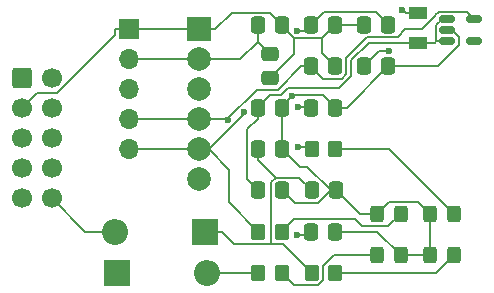
<source format=gbr>
%TF.GenerationSoftware,KiCad,Pcbnew,8.0.4*%
%TF.CreationDate,2024-08-17T15:47:15+02:00*%
%TF.ProjectId,breakout_pwr,62726561-6b6f-4757-945f-7077722e6b69,rev?*%
%TF.SameCoordinates,Original*%
%TF.FileFunction,Copper,L1,Top*%
%TF.FilePolarity,Positive*%
%FSLAX46Y46*%
G04 Gerber Fmt 4.6, Leading zero omitted, Abs format (unit mm)*
G04 Created by KiCad (PCBNEW 8.0.4) date 2024-08-17 15:47:15*
%MOMM*%
%LPD*%
G01*
G04 APERTURE LIST*
G04 Aperture macros list*
%AMRoundRect*
0 Rectangle with rounded corners*
0 $1 Rounding radius*
0 $2 $3 $4 $5 $6 $7 $8 $9 X,Y pos of 4 corners*
0 Add a 4 corners polygon primitive as box body*
4,1,4,$2,$3,$4,$5,$6,$7,$8,$9,$2,$3,0*
0 Add four circle primitives for the rounded corners*
1,1,$1+$1,$2,$3*
1,1,$1+$1,$4,$5*
1,1,$1+$1,$6,$7*
1,1,$1+$1,$8,$9*
0 Add four rect primitives between the rounded corners*
20,1,$1+$1,$2,$3,$4,$5,0*
20,1,$1+$1,$4,$5,$6,$7,0*
20,1,$1+$1,$6,$7,$8,$9,0*
20,1,$1+$1,$8,$9,$2,$3,0*%
G04 Aperture macros list end*
%TA.AperFunction,SMDPad,CuDef*%
%ADD10RoundRect,0.250000X-0.337500X-0.475000X0.337500X-0.475000X0.337500X0.475000X-0.337500X0.475000X0*%
%TD*%
%TA.AperFunction,SMDPad,CuDef*%
%ADD11RoundRect,0.250000X-0.325000X-0.450000X0.325000X-0.450000X0.325000X0.450000X-0.325000X0.450000X0*%
%TD*%
%TA.AperFunction,SMDPad,CuDef*%
%ADD12RoundRect,0.250000X-0.475000X0.337500X-0.475000X-0.337500X0.475000X-0.337500X0.475000X0.337500X0*%
%TD*%
%TA.AperFunction,ComponentPad*%
%ADD13R,1.700000X1.700000*%
%TD*%
%TA.AperFunction,ComponentPad*%
%ADD14O,1.700000X1.700000*%
%TD*%
%TA.AperFunction,ComponentPad*%
%ADD15RoundRect,0.250000X-0.600000X-0.600000X0.600000X-0.600000X0.600000X0.600000X-0.600000X0.600000X0*%
%TD*%
%TA.AperFunction,ComponentPad*%
%ADD16C,1.700000*%
%TD*%
%TA.AperFunction,ComponentPad*%
%ADD17R,2.200000X2.200000*%
%TD*%
%TA.AperFunction,ComponentPad*%
%ADD18O,2.200000X2.200000*%
%TD*%
%TA.AperFunction,SMDPad,CuDef*%
%ADD19RoundRect,0.250000X-0.350000X-0.450000X0.350000X-0.450000X0.350000X0.450000X-0.350000X0.450000X0*%
%TD*%
%TA.AperFunction,SMDPad,CuDef*%
%ADD20RoundRect,0.150000X-0.512500X-0.150000X0.512500X-0.150000X0.512500X0.150000X-0.512500X0.150000X0*%
%TD*%
%TA.AperFunction,SMDPad,CuDef*%
%ADD21R,1.500000X1.000000*%
%TD*%
%TA.AperFunction,ComponentPad*%
%ADD22R,2.000000X2.000000*%
%TD*%
%TA.AperFunction,ComponentPad*%
%ADD23C,2.000000*%
%TD*%
%TA.AperFunction,ViaPad*%
%ADD24C,0.600000*%
%TD*%
%TA.AperFunction,Conductor*%
%ADD25C,0.200000*%
%TD*%
G04 APERTURE END LIST*
D10*
%TO.P,C1,1*%
%TO.N,/+12V_PWR*%
X160425000Y-43000000D03*
%TO.P,C1,2*%
%TO.N,GND*%
X162500000Y-43000000D03*
%TD*%
D11*
%TO.P,D4,1,K*%
%TO.N,GND*%
X170500000Y-59000000D03*
%TO.P,D4,2,A*%
%TO.N,Net-(D4-A)*%
X172550000Y-59000000D03*
%TD*%
D10*
%TO.P,C8,1*%
%TO.N,/+12V_PWR*%
X160500000Y-57000000D03*
%TO.P,C8,2*%
%TO.N,GND*%
X162575000Y-57000000D03*
%TD*%
D11*
%TO.P,D3,1,K*%
%TO.N,GND*%
X166000000Y-59000000D03*
%TO.P,D3,2,A*%
%TO.N,Net-(D3-A)*%
X168050000Y-59000000D03*
%TD*%
D12*
%TO.P,C11,1*%
%TO.N,/-12V_PWR*%
X156962500Y-45462500D03*
%TO.P,C11,2*%
%TO.N,GND*%
X156962500Y-47537500D03*
%TD*%
D13*
%TO.P,J1,1,Pin_1*%
%TO.N,GND*%
X145000000Y-43340000D03*
D14*
%TO.P,J1,2,Pin_2*%
%TO.N,/-12V_PWR*%
X145000000Y-45880000D03*
%TO.P,J1,3,Pin_3*%
%TO.N,/+12V_PWR*%
X145000000Y-48420000D03*
%TO.P,J1,4,Pin_4*%
%TO.N,/+3V3_PWR*%
X145000000Y-50960000D03*
%TO.P,J1,5,Pin_5*%
%TO.N,/+5V_PWR*%
X145000000Y-53500000D03*
%TD*%
D10*
%TO.P,C10,1*%
%TO.N,/+3V3_PWR*%
X160425000Y-46500000D03*
%TO.P,C10,2*%
%TO.N,GND*%
X162500000Y-46500000D03*
%TD*%
D11*
%TO.P,D5,1,K*%
%TO.N,Net-(D5-K)*%
X166000000Y-62500000D03*
%TO.P,D5,2,A*%
%TO.N,GND*%
X168050000Y-62500000D03*
%TD*%
D10*
%TO.P,C9,1*%
%TO.N,/-12V_PWR*%
X155925000Y-43000000D03*
%TO.P,C9,2*%
%TO.N,GND*%
X158000000Y-43000000D03*
%TD*%
D15*
%TO.P,J2,1,Pin_1*%
%TO.N,unconnected-(J2-Pin_1-Pad1)*%
X135960000Y-47500000D03*
D16*
%TO.P,J2,2,Pin_2*%
%TO.N,Net-(D2-K)*%
X138500000Y-47500000D03*
%TO.P,J2,3,Pin_3*%
%TO.N,GND*%
X135960000Y-50040000D03*
%TO.P,J2,4,Pin_4*%
%TO.N,unconnected-(J2-Pin_4-Pad4)*%
X138500000Y-50040000D03*
%TO.P,J2,5,Pin_5*%
%TO.N,GND*%
X135960000Y-52580000D03*
%TO.P,J2,6,Pin_6*%
%TO.N,unconnected-(J2-Pin_6-Pad6)*%
X138500000Y-52580000D03*
%TO.P,J2,7,Pin_7*%
%TO.N,GND*%
X135960000Y-55120000D03*
%TO.P,J2,8,Pin_8*%
%TO.N,unconnected-(J2-Pin_8-Pad8)*%
X138500000Y-55120000D03*
%TO.P,J2,9,Pin_9*%
%TO.N,unconnected-(J2-Pin_9-Pad9)*%
X135960000Y-57660000D03*
%TO.P,J2,10,Pin_10*%
%TO.N,Net-(D1-A)*%
X138500000Y-57660000D03*
%TD*%
D10*
%TO.P,C2,1*%
%TO.N,/+5V_PWR*%
X160425000Y-50000000D03*
%TO.P,C2,2*%
%TO.N,GND*%
X162500000Y-50000000D03*
%TD*%
D17*
%TO.P,D1,1,K*%
%TO.N,/+12V_PWR*%
X151500000Y-60500000D03*
D18*
%TO.P,D1,2,A*%
%TO.N,Net-(D1-A)*%
X143880000Y-60500000D03*
%TD*%
D11*
%TO.P,D6,1,K*%
%TO.N,GND*%
X170500000Y-62500000D03*
%TO.P,D6,2,A*%
%TO.N,Net-(D6-A)*%
X172550000Y-62500000D03*
%TD*%
D10*
%TO.P,C6,1*%
%TO.N,/+12V_PWR*%
X155925000Y-53500000D03*
%TO.P,C6,2*%
%TO.N,GND*%
X158000000Y-53500000D03*
%TD*%
%TO.P,C4,1*%
%TO.N,/-12V_PWR*%
X164925000Y-46500000D03*
%TO.P,C4,2*%
%TO.N,GND*%
X167000000Y-46500000D03*
%TD*%
D19*
%TO.P,R3,1*%
%TO.N,/-12V_PWR*%
X156000000Y-64000000D03*
%TO.P,R3,2*%
%TO.N,Net-(D5-K)*%
X158000000Y-64000000D03*
%TD*%
D20*
%TO.P,U2,1,VIN*%
%TO.N,Net-(U2-EN)*%
X172000000Y-42500000D03*
%TO.P,U2,2,GND*%
%TO.N,GND*%
X172000000Y-43450000D03*
%TO.P,U2,3,EN*%
%TO.N,Net-(U2-EN)*%
X172000000Y-44400000D03*
%TO.P,U2,4*%
%TO.N,N/C*%
X174275000Y-44400000D03*
%TO.P,U2,5,VOUT*%
%TO.N,/+3V3_PWR*%
X174275000Y-42500000D03*
%TD*%
D21*
%TO.P,L1,1,1*%
%TO.N,Net-(U2-EN)*%
X169500000Y-44500000D03*
%TO.P,L1,2,2*%
%TO.N,/+5V_PWR*%
X169500000Y-42000000D03*
%TD*%
D10*
%TO.P,C7,1*%
%TO.N,Net-(U2-EN)*%
X155925000Y-56990000D03*
%TO.P,C7,2*%
%TO.N,GND*%
X158000000Y-56990000D03*
%TD*%
%TO.P,C3,1*%
%TO.N,GND*%
X164925000Y-43000000D03*
%TO.P,C3,2*%
%TO.N,/+12V_PWR*%
X167000000Y-43000000D03*
%TD*%
D19*
%TO.P,R4,1*%
%TO.N,/+12V_PWR*%
X160500000Y-64000000D03*
%TO.P,R4,2*%
%TO.N,Net-(D6-A)*%
X162500000Y-64000000D03*
%TD*%
%TO.P,R2,1*%
%TO.N,/+3V3_PWR*%
X160500000Y-53500000D03*
%TO.P,R2,2*%
%TO.N,Net-(D4-A)*%
X162500000Y-53500000D03*
%TD*%
D10*
%TO.P,C12,1*%
%TO.N,/+3V3_PWR*%
X160425000Y-60500000D03*
%TO.P,C12,2*%
%TO.N,GND*%
X162500000Y-60500000D03*
%TD*%
D19*
%TO.P,R1,1*%
%TO.N,/+5V_PWR*%
X156000000Y-60500000D03*
%TO.P,R1,2*%
%TO.N,Net-(D3-A)*%
X158000000Y-60500000D03*
%TD*%
D22*
%TO.P,J3,1,Pin_1*%
%TO.N,GND*%
X151000000Y-43380000D03*
D23*
%TO.P,J3,2,Pin_2*%
%TO.N,/-12V_PWR*%
X151000000Y-45920000D03*
%TO.P,J3,3,Pin_3*%
%TO.N,/+12V_PWR*%
X151000000Y-48460000D03*
%TO.P,J3,4,Pin_4*%
%TO.N,/+3V3_PWR*%
X151000000Y-51000000D03*
%TO.P,J3,5,Pin_5*%
%TO.N,/+5V_PWR*%
X151000000Y-53540000D03*
%TO.P,J3,6*%
%TO.N,N/C*%
X151000000Y-56080000D03*
%TD*%
D10*
%TO.P,C5,1*%
%TO.N,Net-(U2-EN)*%
X155925000Y-50000000D03*
%TO.P,C5,2*%
%TO.N,GND*%
X158000000Y-50000000D03*
%TD*%
D17*
%TO.P,D2,1,K*%
%TO.N,Net-(D2-K)*%
X144000000Y-64000000D03*
D18*
%TO.P,D2,2,A*%
%TO.N,/-12V_PWR*%
X151620000Y-64000000D03*
%TD*%
D24*
%TO.N,GND*%
X158863000Y-48985400D03*
%TO.N,/+12V_PWR*%
X159233400Y-43500400D03*
%TO.N,/+5V_PWR*%
X168114100Y-41764700D03*
X159333300Y-49995000D03*
X154811500Y-50391400D03*
%TO.N,/-12V_PWR*%
X167036700Y-45187000D03*
%TO.N,/+3V3_PWR*%
X159359400Y-53384100D03*
X159218800Y-60794700D03*
X153378700Y-51038800D03*
%TD*%
D25*
%TO.N,GND*%
X156962500Y-47537500D02*
X158996700Y-45503300D01*
X146151700Y-43340000D02*
X146191700Y-43380000D01*
X167016900Y-57983100D02*
X169483100Y-57983100D01*
X161431600Y-48931600D02*
X158923200Y-48931600D01*
X159083000Y-58073000D02*
X161048400Y-58073000D01*
X172987800Y-44059500D02*
X172378300Y-43450000D01*
X168050000Y-62500000D02*
X166050000Y-60500000D01*
X172378300Y-43450000D02*
X172000000Y-43450000D01*
X156956400Y-41956400D02*
X158000000Y-43000000D01*
X162500000Y-50000000D02*
X163500000Y-50000000D01*
X166050000Y-60500000D02*
X162500000Y-60500000D01*
X158000000Y-50000000D02*
X158000000Y-53500000D01*
X158000000Y-50000000D02*
X158000000Y-49854800D01*
X138922200Y-48770000D02*
X137230000Y-48770000D01*
X158000000Y-56990000D02*
X159083000Y-58073000D01*
X143848300Y-43843900D02*
X138922200Y-48770000D01*
X158000000Y-43000000D02*
X158000000Y-43127800D01*
X170500000Y-59000000D02*
X170500000Y-62500000D01*
X153725300Y-41956400D02*
X156956400Y-41956400D01*
X164925000Y-43000000D02*
X162500000Y-43000000D01*
X143848300Y-43340000D02*
X143848300Y-43843900D01*
X162575000Y-57000000D02*
X164575000Y-59000000D01*
X163500000Y-50000000D02*
X167000000Y-46500000D01*
X162500000Y-50000000D02*
X161431600Y-48931600D01*
X164575000Y-59000000D02*
X166000000Y-59000000D01*
X151000000Y-43380000D02*
X152301700Y-43380000D01*
X159535100Y-55035100D02*
X158000000Y-53500000D01*
X166000000Y-59000000D02*
X167016900Y-57983100D01*
X161375500Y-44124500D02*
X161375500Y-45375500D01*
X137230000Y-48770000D02*
X135960000Y-50040000D01*
X158000000Y-43127800D02*
X158996700Y-44124500D01*
X161375500Y-45375500D02*
X162500000Y-46500000D01*
X162575000Y-57000000D02*
X162566900Y-57008100D01*
X158866200Y-48988600D02*
X158863000Y-48985400D01*
X158000000Y-49854800D02*
X158866200Y-48988600D01*
X161048400Y-58073000D02*
X162113400Y-57008000D01*
X172987800Y-44741400D02*
X172987800Y-44059500D01*
X158996700Y-45503300D02*
X158996700Y-44124500D01*
X162113400Y-57008000D02*
X160140400Y-55035100D01*
X167000000Y-46500000D02*
X171229200Y-46500000D01*
X146191700Y-43380000D02*
X151000000Y-43380000D01*
X152301700Y-43380000D02*
X153725300Y-41956400D01*
X161375500Y-44124500D02*
X162500000Y-43000000D01*
X145000000Y-43340000D02*
X146151700Y-43340000D01*
X145000000Y-43340000D02*
X143848300Y-43340000D01*
X170500000Y-62500000D02*
X168050000Y-62500000D01*
X162566900Y-57008100D02*
X162113400Y-57008100D01*
X162113400Y-57008100D02*
X162113400Y-57008000D01*
X158996700Y-44124500D02*
X161375500Y-44124500D01*
X169483100Y-57983100D02*
X170500000Y-59000000D01*
X171229200Y-46500000D02*
X172987800Y-44741400D01*
X158923200Y-48931600D02*
X158866200Y-48988600D01*
X160140400Y-55035100D02*
X159535100Y-55035100D01*
%TO.N,/+12V_PWR*%
X158339100Y-55942200D02*
X158340600Y-55943700D01*
X161515600Y-41909400D02*
X160425000Y-43000000D01*
X160500000Y-64000000D02*
X158051300Y-61551300D01*
X157072400Y-61551300D02*
X157072400Y-56323600D01*
X157072400Y-56323600D02*
X157453800Y-55942200D01*
X158340600Y-55943700D02*
X159443700Y-55943700D01*
X159443700Y-55943700D02*
X160500000Y-57000000D01*
X155925000Y-53500000D02*
X155925000Y-54413400D01*
X155925000Y-54413400D02*
X157453800Y-55942200D01*
X158051300Y-61551300D02*
X157072400Y-61551300D01*
X157453800Y-55942200D02*
X158339100Y-55942200D01*
X153953000Y-61551300D02*
X157072400Y-61551300D01*
X167000000Y-43000000D02*
X165909400Y-41909400D01*
X165909400Y-41909400D02*
X161515600Y-41909400D01*
X159924600Y-43500400D02*
X159233400Y-43500400D01*
X151500000Y-60500000D02*
X152901700Y-60500000D01*
X160425000Y-43000000D02*
X159924600Y-43500400D01*
X152901700Y-60500000D02*
X153953000Y-61551300D01*
%TO.N,/+5V_PWR*%
X159333300Y-49995000D02*
X160420000Y-49995000D01*
X168213000Y-41764700D02*
X168448300Y-42000000D01*
X160420000Y-49995000D02*
X160425000Y-50000000D01*
X154811500Y-50391400D02*
X154811500Y-50525300D01*
X168114100Y-41764700D02*
X168213000Y-41764700D01*
X151796800Y-53540000D02*
X151000000Y-53540000D01*
X153516200Y-58016200D02*
X156000000Y-60500000D01*
X146191700Y-53540000D02*
X151000000Y-53540000D01*
X151796800Y-53540000D02*
X153516200Y-55259400D01*
X153516200Y-55259400D02*
X153516200Y-58016200D01*
X146151700Y-53500000D02*
X146191700Y-53540000D01*
X169500000Y-42000000D02*
X168448300Y-42000000D01*
X154811500Y-50525300D02*
X151796800Y-53540000D01*
X145000000Y-53500000D02*
X146151700Y-53500000D01*
%TO.N,/-12V_PWR*%
X167036700Y-45187000D02*
X166238000Y-45187000D01*
X166238000Y-45187000D02*
X164925000Y-46500000D01*
X155925000Y-44425000D02*
X155925000Y-43000000D01*
X146191700Y-45920000D02*
X151000000Y-45920000D01*
X154430000Y-45920000D02*
X155925000Y-44425000D01*
X145000000Y-45880000D02*
X146151700Y-45880000D01*
X146151700Y-45880000D02*
X146191700Y-45920000D01*
X151620000Y-64000000D02*
X156000000Y-64000000D01*
X151000000Y-45920000D02*
X154430000Y-45920000D01*
X156962500Y-45462500D02*
X155925000Y-44425000D01*
%TO.N,Net-(U2-EN)*%
X156985000Y-48940000D02*
X157894800Y-48940000D01*
X155925000Y-50000000D02*
X155925000Y-50934500D01*
X171034000Y-44400000D02*
X170934000Y-44500000D01*
X165330700Y-44500000D02*
X168448300Y-44500000D01*
X155015600Y-51843900D02*
X155015600Y-56080600D01*
X158457800Y-48377000D02*
X162835700Y-48377000D01*
X163853000Y-45977700D02*
X165330700Y-44500000D01*
X170934000Y-44500000D02*
X169500000Y-44500000D01*
X155925000Y-50934500D02*
X155015600Y-51843900D01*
X162835700Y-48377000D02*
X163853000Y-47359700D01*
X155925000Y-50000000D02*
X156985000Y-48940000D01*
X155015600Y-56080600D02*
X155925000Y-56990000D01*
X171034000Y-44400000D02*
X171034000Y-43053300D01*
X169500000Y-44500000D02*
X168448300Y-44500000D01*
X171034000Y-43053300D02*
X171587300Y-42500000D01*
X171034000Y-44400000D02*
X172000000Y-44400000D01*
X163853000Y-47359700D02*
X163853000Y-45977700D01*
X157894800Y-48940000D02*
X158457800Y-48377000D01*
X171587300Y-42500000D02*
X172000000Y-42500000D01*
%TO.N,/+3V3_PWR*%
X170924800Y-42275200D02*
X170924800Y-42202300D01*
X173653800Y-41878800D02*
X174275000Y-42500000D01*
X160425000Y-46500000D02*
X161494400Y-47569400D01*
X153339900Y-50991100D02*
X155848100Y-48482900D01*
X153339900Y-51000000D02*
X153339900Y-50991100D01*
X161494400Y-47569400D02*
X163048800Y-47569400D01*
X170924800Y-42202300D02*
X171248300Y-41878800D01*
X163048800Y-47569400D02*
X163420800Y-47197400D01*
X159218800Y-60794700D02*
X160130300Y-60794700D01*
X151000000Y-51000000D02*
X153339900Y-51000000D01*
X159624200Y-46500000D02*
X160425000Y-46500000D01*
X163420800Y-47197400D02*
X163420800Y-45838200D01*
X168442500Y-43391500D02*
X169808500Y-43391500D01*
X159359400Y-53384100D02*
X160384100Y-53384100D01*
X146151700Y-50960000D02*
X146191700Y-51000000D01*
X157641300Y-48482900D02*
X159624200Y-46500000D01*
X146191700Y-51000000D02*
X151000000Y-51000000D01*
X153339900Y-51000000D02*
X153378700Y-51038800D01*
X160130300Y-60794700D02*
X160425000Y-60500000D01*
X165196000Y-44063000D02*
X167771000Y-44063000D01*
X145000000Y-50960000D02*
X146151700Y-50960000D01*
X167771000Y-44063000D02*
X168442500Y-43391500D01*
X169808500Y-43391500D02*
X170924800Y-42275200D01*
X163420800Y-45838200D02*
X165196000Y-44063000D01*
X171248300Y-41878800D02*
X173653800Y-41878800D01*
X155848100Y-48482900D02*
X157641300Y-48482900D01*
X160384100Y-53384100D02*
X160500000Y-53500000D01*
%TO.N,Net-(D1-A)*%
X143880000Y-60500000D02*
X141340000Y-60500000D01*
X141340000Y-60500000D02*
X138500000Y-57660000D01*
%TO.N,Net-(D3-A)*%
X159034900Y-59465100D02*
X158000000Y-60500000D01*
X168050000Y-59000000D02*
X166999500Y-60050500D01*
X164154500Y-59465100D02*
X159034900Y-59465100D01*
X164739900Y-60050500D02*
X164154500Y-59465100D01*
X166999500Y-60050500D02*
X164739900Y-60050500D01*
%TO.N,Net-(D4-A)*%
X167050000Y-53500000D02*
X172550000Y-59000000D01*
X162500000Y-53500000D02*
X167050000Y-53500000D01*
%TO.N,Net-(D5-K)*%
X162413400Y-62500000D02*
X166000000Y-62500000D01*
X161500000Y-63413400D02*
X162413400Y-62500000D01*
X159012600Y-65012600D02*
X161070800Y-65012600D01*
X158000000Y-64000000D02*
X159012600Y-65012600D01*
X161070800Y-65012600D02*
X161500000Y-64583400D01*
X161500000Y-64583400D02*
X161500000Y-63413400D01*
%TO.N,Net-(D6-A)*%
X162500000Y-64000000D02*
X171050000Y-64000000D01*
X171050000Y-64000000D02*
X172550000Y-62500000D01*
%TD*%
M02*

</source>
